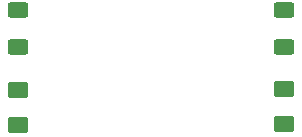
<source format=gbr>
%TF.GenerationSoftware,KiCad,Pcbnew,7.0.2-6a45011f42~172~ubuntu22.04.1*%
%TF.CreationDate,2023-07-12T14:03:09-05:00*%
%TF.ProjectId,Encoder,456e636f-6465-4722-9e6b-696361645f70,rev?*%
%TF.SameCoordinates,Original*%
%TF.FileFunction,Paste,Bot*%
%TF.FilePolarity,Positive*%
%FSLAX46Y46*%
G04 Gerber Fmt 4.6, Leading zero omitted, Abs format (unit mm)*
G04 Created by KiCad (PCBNEW 7.0.2-6a45011f42~172~ubuntu22.04.1) date 2023-07-12 14:03:09*
%MOMM*%
%LPD*%
G01*
G04 APERTURE LIST*
G04 Aperture macros list*
%AMRoundRect*
0 Rectangle with rounded corners*
0 $1 Rounding radius*
0 $2 $3 $4 $5 $6 $7 $8 $9 X,Y pos of 4 corners*
0 Add a 4 corners polygon primitive as box body*
4,1,4,$2,$3,$4,$5,$6,$7,$8,$9,$2,$3,0*
0 Add four circle primitives for the rounded corners*
1,1,$1+$1,$2,$3*
1,1,$1+$1,$4,$5*
1,1,$1+$1,$6,$7*
1,1,$1+$1,$8,$9*
0 Add four rect primitives between the rounded corners*
20,1,$1+$1,$2,$3,$4,$5,0*
20,1,$1+$1,$4,$5,$6,$7,0*
20,1,$1+$1,$6,$7,$8,$9,0*
20,1,$1+$1,$8,$9,$2,$3,0*%
G04 Aperture macros list end*
%ADD10RoundRect,0.250001X0.624999X-0.462499X0.624999X0.462499X-0.624999X0.462499X-0.624999X-0.462499X0*%
%ADD11RoundRect,0.250000X0.625000X-0.400000X0.625000X0.400000X-0.625000X0.400000X-0.625000X-0.400000X0*%
G04 APERTURE END LIST*
D10*
%TO.C,D2*%
X49600000Y-63775000D03*
X49600000Y-60800000D03*
%TD*%
%TO.C,D1*%
X72200000Y-63687500D03*
X72200000Y-60712500D03*
%TD*%
D11*
%TO.C,R2*%
X49600000Y-57150000D03*
X49600000Y-54050000D03*
%TD*%
%TO.C,R1*%
X72200000Y-57150000D03*
X72200000Y-54050000D03*
%TD*%
M02*

</source>
